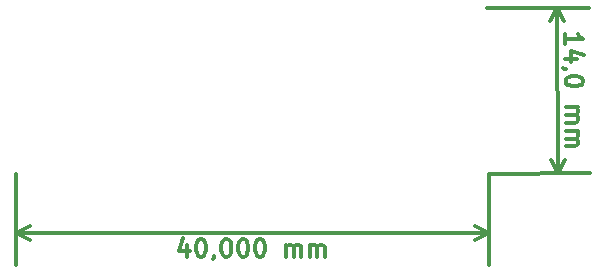
<source format=gbr>
G04 #@! TF.GenerationSoftware,KiCad,Pcbnew,5.0.0-rc1-44a33f2~62~ubuntu16.04.1*
G04 #@! TF.CreationDate,2018-03-27T11:26:02+02:00*
G04 #@! TF.ProjectId,ubmp_v1_pcbusb,75626D705F76315F7063627573622E6B,rev?*
G04 #@! TF.SameCoordinates,Original*
G04 #@! TF.FileFunction,Drawing*
%FSLAX46Y46*%
G04 Gerber Fmt 4.6, Leading zero omitted, Abs format (unit mm)*
G04 Created by KiCad (PCBNEW 5.0.0-rc1-44a33f2~62~ubuntu16.04.1) date Tue Mar 27 11:26:02 2018*
%MOMM*%
%LPD*%
G01*
G04 APERTURE LIST*
%ADD10C,0.300000*%
G04 APERTURE END LIST*
D10*
X125987335Y-102024632D02*
X125981213Y-101167511D01*
X125984274Y-101596072D02*
X127484235Y-101585358D01*
X127268935Y-101444035D01*
X127125061Y-101302202D01*
X127052614Y-101159858D01*
X126996493Y-103303171D02*
X125996518Y-103310314D01*
X127565356Y-102941956D02*
X126491404Y-102592475D01*
X126498036Y-103521023D01*
X126074067Y-104166924D02*
X126002641Y-104167435D01*
X125859277Y-104097028D01*
X125787340Y-104026112D01*
X127509235Y-105085268D02*
X127510255Y-105228122D01*
X127439849Y-105371485D01*
X127368932Y-105443422D01*
X127226589Y-105515870D01*
X126941392Y-105589337D01*
X126584258Y-105591888D01*
X126298041Y-105522502D01*
X126154678Y-105452096D01*
X126082741Y-105381179D01*
X126010293Y-105238836D01*
X126009273Y-105095982D01*
X126079679Y-104952619D01*
X126150596Y-104880682D01*
X126292939Y-104808235D01*
X126578136Y-104734767D01*
X126935270Y-104732216D01*
X127221487Y-104801602D01*
X127364851Y-104872008D01*
X127436788Y-104942925D01*
X127509235Y-105085268D01*
X126025599Y-107381638D02*
X127025574Y-107374496D01*
X126882720Y-107375516D02*
X126954657Y-107446433D01*
X127027104Y-107588776D01*
X127028635Y-107803056D01*
X126958228Y-107946420D01*
X126815885Y-108018867D01*
X126030191Y-108024479D01*
X126815885Y-108018867D02*
X126959249Y-108089273D01*
X127031696Y-108231617D01*
X127033227Y-108445897D01*
X126962820Y-108589261D01*
X126820477Y-108661708D01*
X126034783Y-108667320D01*
X126039885Y-109381587D02*
X127039859Y-109374445D01*
X126897006Y-109375465D02*
X126968942Y-109446382D01*
X127041390Y-109588725D01*
X127042920Y-109803005D01*
X126972514Y-109946369D01*
X126830171Y-110018816D01*
X126044476Y-110024428D01*
X126830171Y-110018816D02*
X126973534Y-110089222D01*
X127045981Y-110231566D01*
X127047512Y-110445846D01*
X126977106Y-110589210D01*
X126834762Y-110661657D01*
X126049068Y-110667269D01*
X125393985Y-112957900D02*
X125293985Y-98957900D01*
X119500000Y-113000000D02*
X128093916Y-112938615D01*
X119400000Y-99000000D02*
X127993916Y-98938615D01*
X125293985Y-98957900D02*
X125888437Y-100080186D01*
X125293985Y-98957900D02*
X124715625Y-100088564D01*
X125393985Y-112957900D02*
X125972345Y-111827236D01*
X125393985Y-112957900D02*
X124799533Y-111835614D01*
X94000000Y-119028571D02*
X94000000Y-120028571D01*
X93642857Y-118457142D02*
X93285714Y-119528571D01*
X94214285Y-119528571D01*
X95071428Y-118528571D02*
X95214285Y-118528571D01*
X95357142Y-118600000D01*
X95428571Y-118671428D01*
X95500000Y-118814285D01*
X95571428Y-119100000D01*
X95571428Y-119457142D01*
X95500000Y-119742857D01*
X95428571Y-119885714D01*
X95357142Y-119957142D01*
X95214285Y-120028571D01*
X95071428Y-120028571D01*
X94928571Y-119957142D01*
X94857142Y-119885714D01*
X94785714Y-119742857D01*
X94714285Y-119457142D01*
X94714285Y-119100000D01*
X94785714Y-118814285D01*
X94857142Y-118671428D01*
X94928571Y-118600000D01*
X95071428Y-118528571D01*
X96285714Y-119957142D02*
X96285714Y-120028571D01*
X96214285Y-120171428D01*
X96142857Y-120242857D01*
X97214285Y-118528571D02*
X97357142Y-118528571D01*
X97500000Y-118600000D01*
X97571428Y-118671428D01*
X97642857Y-118814285D01*
X97714285Y-119100000D01*
X97714285Y-119457142D01*
X97642857Y-119742857D01*
X97571428Y-119885714D01*
X97500000Y-119957142D01*
X97357142Y-120028571D01*
X97214285Y-120028571D01*
X97071428Y-119957142D01*
X97000000Y-119885714D01*
X96928571Y-119742857D01*
X96857142Y-119457142D01*
X96857142Y-119100000D01*
X96928571Y-118814285D01*
X97000000Y-118671428D01*
X97071428Y-118600000D01*
X97214285Y-118528571D01*
X98642857Y-118528571D02*
X98785714Y-118528571D01*
X98928571Y-118600000D01*
X99000000Y-118671428D01*
X99071428Y-118814285D01*
X99142857Y-119100000D01*
X99142857Y-119457142D01*
X99071428Y-119742857D01*
X99000000Y-119885714D01*
X98928571Y-119957142D01*
X98785714Y-120028571D01*
X98642857Y-120028571D01*
X98500000Y-119957142D01*
X98428571Y-119885714D01*
X98357142Y-119742857D01*
X98285714Y-119457142D01*
X98285714Y-119100000D01*
X98357142Y-118814285D01*
X98428571Y-118671428D01*
X98500000Y-118600000D01*
X98642857Y-118528571D01*
X100071428Y-118528571D02*
X100214285Y-118528571D01*
X100357142Y-118600000D01*
X100428571Y-118671428D01*
X100500000Y-118814285D01*
X100571428Y-119100000D01*
X100571428Y-119457142D01*
X100500000Y-119742857D01*
X100428571Y-119885714D01*
X100357142Y-119957142D01*
X100214285Y-120028571D01*
X100071428Y-120028571D01*
X99928571Y-119957142D01*
X99857142Y-119885714D01*
X99785714Y-119742857D01*
X99714285Y-119457142D01*
X99714285Y-119100000D01*
X99785714Y-118814285D01*
X99857142Y-118671428D01*
X99928571Y-118600000D01*
X100071428Y-118528571D01*
X102357142Y-120028571D02*
X102357142Y-119028571D01*
X102357142Y-119171428D02*
X102428571Y-119100000D01*
X102571428Y-119028571D01*
X102785714Y-119028571D01*
X102928571Y-119100000D01*
X103000000Y-119242857D01*
X103000000Y-120028571D01*
X103000000Y-119242857D02*
X103071428Y-119100000D01*
X103214285Y-119028571D01*
X103428571Y-119028571D01*
X103571428Y-119100000D01*
X103642857Y-119242857D01*
X103642857Y-120028571D01*
X104357142Y-120028571D02*
X104357142Y-119028571D01*
X104357142Y-119171428D02*
X104428571Y-119100000D01*
X104571428Y-119028571D01*
X104785714Y-119028571D01*
X104928571Y-119100000D01*
X105000000Y-119242857D01*
X105000000Y-120028571D01*
X105000000Y-119242857D02*
X105071428Y-119100000D01*
X105214285Y-119028571D01*
X105428571Y-119028571D01*
X105571428Y-119100000D01*
X105642857Y-119242857D01*
X105642857Y-120028571D01*
X79500000Y-118000000D02*
X119500000Y-118000000D01*
X79500000Y-113000000D02*
X79500000Y-120700000D01*
X119500000Y-113000000D02*
X119500000Y-120700000D01*
X119500000Y-118000000D02*
X118373496Y-118586421D01*
X119500000Y-118000000D02*
X118373496Y-117413579D01*
X79500000Y-118000000D02*
X80626504Y-118586421D01*
X79500000Y-118000000D02*
X80626504Y-117413579D01*
M02*

</source>
